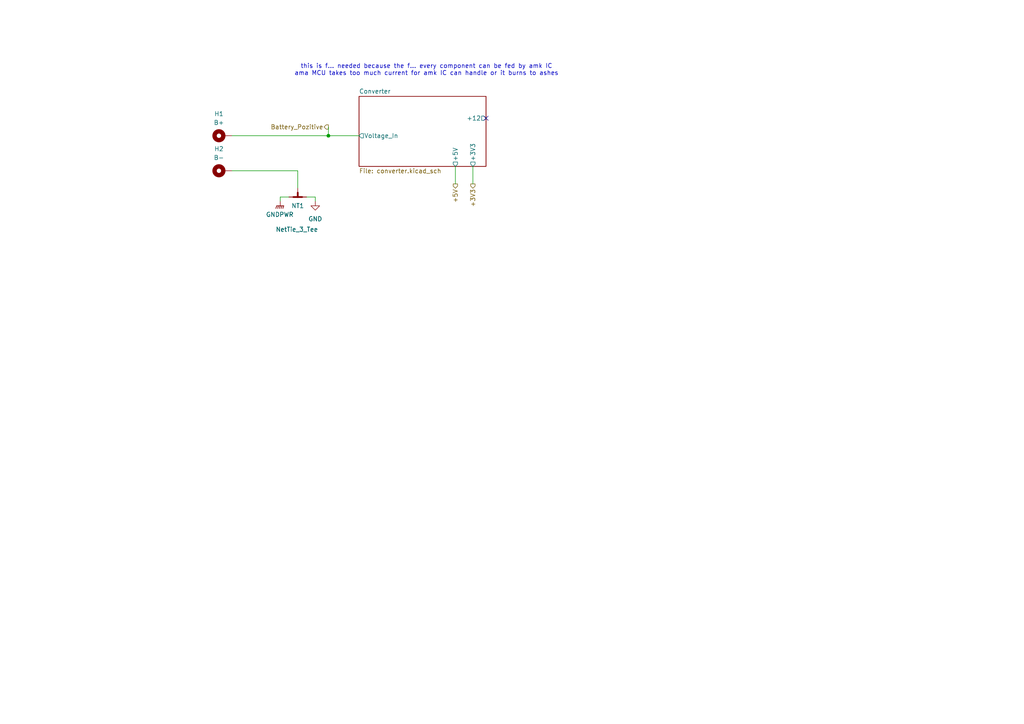
<source format=kicad_sch>
(kicad_sch (version 20250114) (generator "eeschema") (generator_version "9.0")
  (paper "A4")
  (title_block (title "VIN") (date "2026-01-01") (rev "0.1") (company "Pehlivan Team"))
  (lib_symbols
    (symbol "Device:NetTie_3_Tee" (pin_numbers (hide yes)) (pin_names (offset 0) (hide yes)) (in_bom no)
      (property "Reference" "NT" (at 0 3.175 0))
      (property "Value" "NetTie_3_Tee" (at 0 1.27 0))
      (symbol "NetTie_3_Tee_0_1"
        (polyline (pts (xy -1.27 0) (xy 1.27 0)) (stroke (width 0.254)))
        (polyline (pts (xy -1.27 0) (xy 1.27 0)) (stroke (width 0.508)))
        (polyline (pts (xy 0 -1.27) (xy 0 0)) (stroke (width 0.508)))
        (polyline (pts (xy 0 -2.54) (xy 0 -2.54)) (stroke (width 0.254)))
      )
      (symbol "NetTie_3_Tee_1_1"
        (pin passive line (at -2.54 0 0) (length 2.54) (name "1") (number "1"))
        (pin passive line (at 0 -2.54 90) (length 2.54) (name "3") (number "3"))
        (pin passive line (at 2.54 0 180) (length 2.54) (name "2") (number "2"))
      )
    )
    (symbol "Mechanical:MountingHole_Pad" (pin_numbers (hide yes)) (pin_names (offset 1.016) (hide yes)) (in_bom no)
      (property "Reference" "H" (at 0 6.35 0))
      (property "Value" "MountingHole_Pad" (at 0 4.445 0))
      (symbol "MountingHole_Pad_0_1"
        (circle (center 0 1.27) (radius 1.27) (stroke (width 1.27)))
      )
      (symbol "MountingHole_Pad_1_1"
        (pin input line (at 0 -2.54 90) (length 2.54) (name "1") (number "1"))
      )
    )
    (symbol "power:GND" (power) (pin_numbers (hide yes)) (pin_names (offset 0) (hide yes))
      (property "Value" "GND" (at 0 -3.81 0))
      (symbol "GND_0_1"
        (polyline (pts (xy 0 0) (xy 0 -1.27) (xy 1.27 -1.27) (xy 0 -2.54) (xy -1.27 -1.27) (xy 0 -1.27)))
      )
      (symbol "GND_1_1"
        (pin power_in line (at 0 0 270) (length 0) (name "~") (number "1"))
      )
    )
    (symbol "power:GNDPWR" (power) (pin_numbers (hide yes)) (pin_names (offset 0) (hide yes))
      (property "Value" "GNDPWR" (at 0 -3.302 0))
      (symbol "GNDPWR_0_1"
        (polyline (pts (xy -1.016 -1.27) (xy -1.27 -2.032) (xy -1.27 -2.032)) (stroke (width 0.2032)))
        (polyline (pts (xy -0.508 -1.27) (xy -0.762 -2.032) (xy -0.762 -2.032)) (stroke (width 0.2032)))
        (polyline (pts (xy 0 -1.27) (xy 0 0)))
        (polyline (pts (xy 0 -1.27) (xy -0.254 -2.032) (xy -0.254 -2.032)) (stroke (width 0.2032)))
        (polyline (pts (xy 0.508 -1.27) (xy 0.254 -2.032) (xy 0.254 -2.032)) (stroke (width 0.2032)))
        (polyline (pts (xy 1.016 -1.27) (xy -1.016 -1.27) (xy -1.016 -1.27)) (stroke (width 0.2032)))
        (polyline (pts (xy 1.016 -1.27) (xy 0.762 -2.032) (xy 0.762 -2.032) (xy 0.762 -2.032)) (stroke (width 0.2032)))
      )
      (symbol "GNDPWR_1_1"
        (pin power_in line (at 0 0 270) (length 0) (name "~") (number "1"))
      )
    )
  )
  (text "this is f... needed because the f... every component can be fed by amk IC\nama MCU takes too much current for amk IC can handle or it burns to ashes" (at 123.698 20.32 0) (effects (font (size 1.27 1.27))))
  (junction (at 95.25 39.37))
  (no_connect (at 140.97 34.29))
  (wire (pts (xy 95.25 39.37) (xy 104.14 39.37)))
  (wire (pts (xy 91.44 58.42) (xy 91.44 57.15)))
  (wire (pts (xy 86.36 54.61) (xy 86.36 49.53)))
  (wire (pts (xy 88.9 57.15) (xy 91.44 57.15)))
  (wire (pts (xy 86.36 49.53) (xy 67.31 49.53)))
  (wire (pts (xy 81.28 58.42) (xy 81.28 57.15)))
  (wire (pts (xy 67.31 39.37) (xy 95.25 39.37)))
  (wire (pts (xy 137.16 48.26) (xy 137.16 53.34)))
  (wire (pts (xy 81.28 57.15) (xy 83.82 57.15)))
  (wire (pts (xy 132.08 48.26) (xy 132.08 53.34)))
  (wire (pts (xy 95.25 36.83) (xy 95.25 39.37)))
  (hierarchical_label "Battery_Pozitive" (shape output) (at 95.25 36.83 180))
  (hierarchical_label "+5V" (shape output) (at 132.08 53.34 270))
  (hierarchical_label "+3V3" (shape output) (at 137.16 53.34 270))
  (symbol (lib_id "Device:NetTie_3_Tee") (at 86.36 57.15 180) (unit 1) (in_bom no)
    (property "Reference" "NT1" (at 86.36 59.69 0))
    (property "Value" "NetTie_3_Tee" (at 86.106 66.548 0))
    (property "Footprint" "NetTie:NetTie-3_THT_Pad0.3mm" (effects (hide yes)))
    (property "Description" "Net tie, 3 pins, tee" (effects (hide yes)))
  )
  (symbol (lib_id "Mechanical:MountingHole_Pad") (at 64.77 49.53 90) (unit 1) (in_bom no)
    (property "Reference" "H2" (at 63.5 43.18 90))
    (property "Value" "B-" (at 63.5 45.72 90))
    (property "Footprint" "MountingHole:MountingHole_8.4mm_M8_Pad_Via" (effects (hide yes)))
    (property "Description" "Mounting Hole with connection" (effects (hide yes)))
  )
  (symbol (lib_id "power:GND") (at 91.44 58.42 0) (unit 1)
    (property "Reference" "#PWR015" (effects (hide yes)))
    (property "Value" "GND" (at 91.44 63.5 0))
    (property "Description" "Power symbol creates a global label with name \"GND\" , ground" (effects (hide yes)))
  )
  (symbol (lib_id "power:GNDPWR") (at 81.28 58.42 0) (unit 1)
    (property "Reference" "#PWR014" (effects (hide yes)))
    (property "Value" "GNDPWR" (at 81.153 62.23 0))
    (property "Description" "Power symbol creates a global label with name \"GNDPWR\" , global ground" (effects (hide yes)))
  )
  (symbol (lib_id "Mechanical:MountingHole_Pad") (at 64.77 39.37 90) (unit 1) (in_bom no)
    (property "Reference" "H1" (at 63.5 33.02 90))
    (property "Value" "B+" (at 63.5 35.56 90))
    (property "Footprint" "MountingHole:MountingHole_8.4mm_M8_Pad_Via" (effects (hide yes)))
    (property "Description" "Mounting Hole with connection" (effects (hide yes)))
  )
  (sheet (at 104.14 27.94) (size 36.83 20.32) (stroke (width 0.1524))
    (property "Sheetname" "Converter" (at 104.14 27.2284 0) (effects (justify left bottom)))
    (property "Sheetfile" "converter.kicad_sch" (at 104.14 48.8446 0) (effects (justify left top)))
    (pin "+3V3" output (at 137.16 48.26 270))
    (pin "+5V" output (at 132.08 48.26 270))
    (pin "+12" output (at 140.97 34.29 0))
    (pin "Voltage_In" output (at 104.14 39.37 180))
  )
)
</source>
